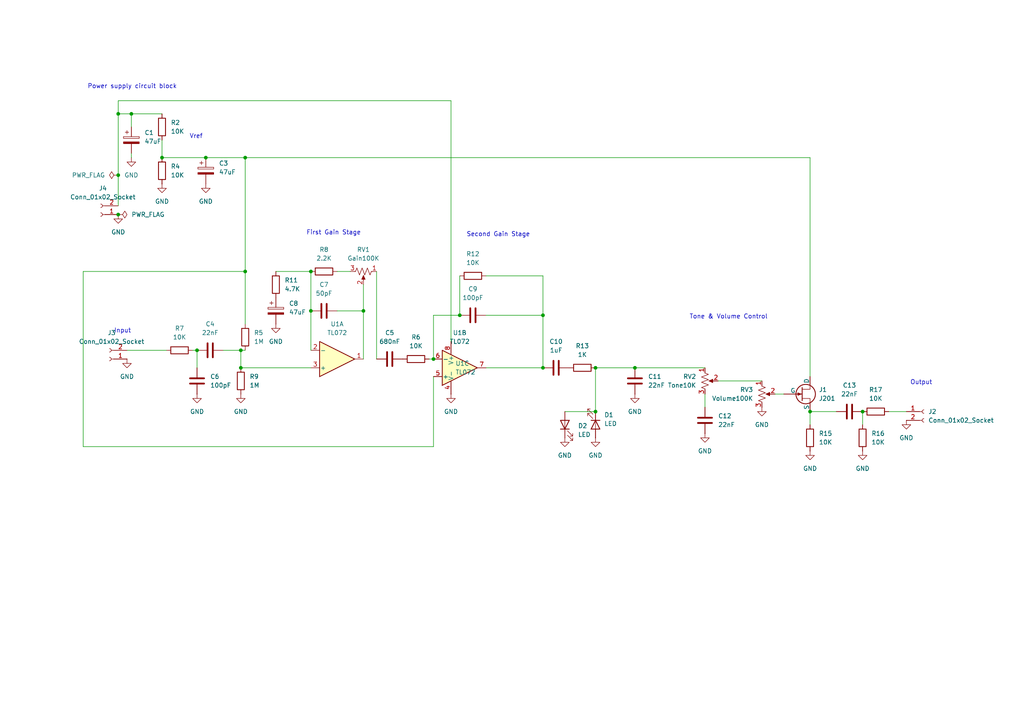
<source format=kicad_sch>
(kicad_sch (version 20250114) (generator "eeschema") (generator_version "9.0")
  (paper "A4")
  (lib_symbols
    (symbol "Amplifier_Operational:TL072" (pin_names (offset 0.127))
      (property "Reference" "U" (at 0 5.08 0))
      (property "Value" "TL072" (at 0 -5.08 0))
      (symbol "TL072_1_1"
        (polyline (pts (xy -5.08 5.08) (xy 5.08 0) (xy -5.08 -5.08) (xy -5.08 5.08)) (stroke (width 0.254)) (fill (type background)))
        (pin input line (at -7.62 2.54 0) (length 2.54) (name "+") (number "3"))
        (pin input line (at -7.62 -2.54 0) (length 2.54) (name "-") (number "2"))
        (pin output line (at 7.62 0 180) (length 2.54) (name "~") (number "1"))
      )
      (symbol "TL072_2_1"
        (polyline (pts (xy -5.08 5.08) (xy 5.08 0) (xy -5.08 -5.08) (xy -5.08 5.08)) (stroke (width 0.254)) (fill (type background)))
        (pin input line (at -7.62 2.54 0) (length 2.54) (name "+") (number "5"))
        (pin input line (at -7.62 -2.54 0) (length 2.54) (name "-") (number "6"))
        (pin output line (at 7.62 0 180) (length 2.54) (name "~") (number "7"))
      )
      (symbol "TL072_3_1"
        (pin power_in line (at -2.54 7.62 270) (length 3.81) (name "V+") (number "8"))
        (pin power_in line (at -2.54 -7.62 90) (length 3.81) (name "V-") (number "4"))
      )
    )
    (symbol "Connector:Conn_01x02_Socket" (pin_names (offset 1.016) (hide yes))
      (property "Reference" "J" (at 0 2.54 0))
      (property "Value" "Conn_01x02_Socket" (at 0 -5.08 0))
      (symbol "Conn_01x02_Socket_1_1"
        (polyline (pts (xy -1.27 0) (xy -0.508 0)) (stroke (width 0.1524)))
        (polyline (pts (xy -1.27 -2.54) (xy -0.508 -2.54)) (stroke (width 0.1524)))
        (arc (start 0 -0.508) (mid -0.5058 0) (end 0 0.508) (stroke (width 0.1524)))
        (arc (start 0 -3.048) (mid -0.5058 -2.54) (end 0 -2.032) (stroke (width 0.1524)))
        (pin passive line (at -5.08 0 0) (length 3.81) (name "Pin_1") (number "1"))
        (pin passive line (at -5.08 -2.54 0) (length 3.81) (name "Pin_2") (number "2"))
      )
    )
    (symbol "Device:C" (pin_numbers (hide yes)) (pin_names (offset 0.254))
      (property "Reference" "C" (at 0.635 2.54 0))
      (property "Value" "C" (at 0.635 -2.54 0))
      (symbol "C_0_1"
        (polyline (pts (xy -2.032 0.762) (xy 2.032 0.762)) (stroke (width 0.508)))
        (polyline (pts (xy -2.032 -0.762) (xy 2.032 -0.762)) (stroke (width 0.508)))
      )
      (symbol "C_1_1"
        (pin passive line (at 0 3.81 270) (length 2.794) (name "~") (number "1"))
        (pin passive line (at 0 -3.81 90) (length 2.794) (name "~") (number "2"))
      )
    )
    (symbol "Device:C_Polarized" (pin_numbers (hide yes)) (pin_names (offset 0.254))
      (property "Reference" "C" (at 0.635 2.54 0))
      (property "Value" "C_Polarized" (at 0.635 -2.54 0))
      (symbol "C_Polarized_0_1"
        (rectangle (start -2.286 0.508) (end 2.286 1.016))
        (polyline (pts (xy -1.778 2.286) (xy -0.762 2.286)))
        (polyline (pts (xy -1.27 2.794) (xy -1.27 1.778)))
        (rectangle (start 2.286 -0.508) (end -2.286 -1.016) (fill (type outline)))
      )
      (symbol "C_Polarized_1_1"
        (pin passive line (at 0 3.81 270) (length 2.794) (name "~") (number "1"))
        (pin passive line (at 0 -3.81 90) (length 2.794) (name "~") (number "2"))
      )
    )
    (symbol "Device:LED" (pin_numbers (hide yes)) (pin_names (offset 1.016) (hide yes))
      (property "Reference" "D" (at 0 2.54 0))
      (property "Value" "LED" (at 0 -2.54 0))
      (symbol "LED_0_1"
        (polyline (pts (xy -3.048 -0.762) (xy -4.572 -2.286) (xy -3.81 -2.286) (xy -4.572 -2.286) (xy -4.572 -1.524)))
        (polyline (pts (xy -1.778 -0.762) (xy -3.302 -2.286) (xy -2.54 -2.286) (xy -3.302 -2.286) (xy -3.302 -1.524)))
        (polyline (pts (xy -1.27 0) (xy 1.27 0)))
        (polyline (pts (xy -1.27 -1.27) (xy -1.27 1.27)) (stroke (width 0.254)))
        (polyline (pts (xy 1.27 -1.27) (xy 1.27 1.27) (xy -1.27 0) (xy 1.27 -1.27)) (stroke (width 0.254)))
      )
      (symbol "LED_1_1"
        (pin passive line (at -3.81 0 0) (length 2.54) (name "K") (number "1"))
        (pin passive line (at 3.81 0 180) (length 2.54) (name "A") (number "2"))
      )
    )
    (symbol "Device:R" (pin_numbers (hide yes)) (pin_names (offset 0))
      (property "Reference" "R" (at 2.032 0 90))
      (property "Value" "R" (at 0 0 90))
      (symbol "R_0_1"
        (rectangle (start -1.016 -2.54) (end 1.016 2.54) (stroke (width 0.254)))
      )
      (symbol "R_1_1"
        (pin passive line (at 0 3.81 270) (length 1.27) (name "~") (number "1"))
        (pin passive line (at 0 -3.81 90) (length 1.27) (name "~") (number "2"))
      )
    )
    (symbol "Device:R_Potentiometer_US" (pin_names (offset 1.016) (hide yes))
      (property "Reference" "RV" (at -4.445 0 90))
      (property "Value" "R_Potentiometer_US" (at -2.54 0 90))
      (symbol "R_Potentiometer_US_0_1"
        (polyline (pts (xy 0 2.54) (xy 0 2.286)))
        (polyline (pts (xy 0 2.286) (xy 1.016 1.905) (xy 0 1.524) (xy -1.016 1.143) (xy 0 0.762)))
        (polyline (pts (xy 0 0.762) (xy 1.016 0.381) (xy 0 0) (xy -1.016 -0.381) (xy 0 -0.762)))
        (polyline (pts (xy 0 -0.762) (xy 1.016 -1.143) (xy 0 -1.524) (xy -1.016 -1.905) (xy 0 -2.286)))
        (polyline (pts (xy 0 -2.286) (xy 0 -2.54)))
        (polyline (pts (xy 1.143 0) (xy 2.286 0.508) (xy 2.286 -0.508) (xy 1.143 0)) (fill (type outline)))
        (polyline (pts (xy 2.54 0) (xy 1.524 0)))
      )
      (symbol "R_Potentiometer_US_1_1"
        (pin passive line (at 0 3.81 270) (length 1.27) (name "1") (number "1"))
        (pin passive line (at 0 -3.81 90) (length 1.27) (name "3") (number "3"))
        (pin passive line (at 3.81 0 180) (length 1.27) (name "2") (number "2"))
      )
    )
    (symbol "Simulation_SPICE:NJFET" (pin_numbers (hide yes)) (pin_names (offset 0))
      (property "Reference" "Q" (at 5.08 1.27 0))
      (property "Value" "NJFET" (at 5.08 -1.27 0))
      (symbol "NJFET_0_1"
        (polyline (pts (xy 0 0) (xy -1.016 0.381) (xy -1.016 -0.381) (xy 0 0)) (fill (type outline)))
        (polyline (pts (xy 0.254 1.905) (xy 0.254 -1.905) (xy 0.254 -1.905)) (stroke (width 0.254)))
        (circle (center 1.27 0) (radius 2.8194) (stroke (width 0.254)))
        (polyline (pts (xy 2.54 2.54) (xy 2.54 1.397) (xy 0.254 1.397)))
        (polyline (pts (xy 2.54 -2.54) (xy 2.54 -1.27) (xy 0.254 -1.27)))
      )
      (symbol "NJFET_1_1"
        (pin input line (at -5.08 0 0) (length 5.334) (name "G") (number "2"))
        (pin passive line (at 2.54 5.08 270) (length 2.54) (name "D") (number "1"))
        (pin passive line (at 2.54 -5.08 90) (length 2.54) (name "S") (number "3"))
      )
    )
    (symbol "power:GND" (power) (pin_numbers (hide yes)) (pin_names (offset 0) (hide yes))
      (property "Value" "GND" (at 0 -3.81 0))
      (symbol "GND_0_1"
        (polyline (pts (xy 0 0) (xy 0 -1.27) (xy 1.27 -1.27) (xy 0 -2.54) (xy -1.27 -1.27) (xy 0 -1.27)))
      )
      (symbol "GND_1_1"
        (pin power_in line (at 0 0 270) (length 0) (name "~") (number "1"))
      )
    )
    (symbol "power:PWR_FLAG" (power) (pin_numbers (hide yes)) (pin_names (offset 0) (hide yes))
      (property "Value" "PWR_FLAG" (at 0 3.81 0))
      (symbol "PWR_FLAG_0_0"
        (pin power_out line (at 0 0 90) (length 0) (name "~") (number "1"))
      )
      (symbol "PWR_FLAG_0_1"
        (polyline (pts (xy 0 0) (xy 0 1.27) (xy -1.016 1.905) (xy 0 2.54) (xy 1.016 1.905) (xy 0 1.27)))
      )
    )
  )
  (text "Vref" (at 56.896 39.624 0) (effects (font (size 1.27 1.27))))
  (text "Output" (at 267.208 110.998 0) (effects (font (size 1.27 1.27))))
  (text "Power supply circuit block" (at 38.354 25.146 0) (effects (font (size 1.27 1.27))))
  (text "Tone & Volume Control" (at 211.328 91.948 0) (effects (font (size 1.27 1.27))))
  (text "First Gain Stage" (at 96.774 67.564 0) (effects (font (size 1.27 1.27))))
  (text "Input" (at 35.56 96.012 0) (effects (font (size 1.27 1.27))))
  (text "Second Gain Stage" (at 144.526 68.072 0) (effects (font (size 1.27 1.27))))
  (junction (at 90.17 78.74))
  (junction (at 57.15 101.6))
  (junction (at 69.85 106.68))
  (junction (at 90.17 90.17))
  (junction (at 184.15 106.68))
  (junction (at 250.19 119.38))
  (junction (at 34.29 50.8))
  (junction (at 71.12 45.72))
  (junction (at 59.69 45.72))
  (junction (at 38.1 33.02))
  (junction (at 105.41 90.17))
  (junction (at 69.85 101.6))
  (junction (at 34.29 33.02))
  (junction (at 34.29 62.23))
  (junction (at 157.48 91.44))
  (junction (at 172.72 106.68))
  (junction (at 234.95 119.38))
  (junction (at 71.12 78.74))
  (junction (at 133.35 91.44))
  (junction (at 125.73 104.14))
  (junction (at 46.99 45.72))
  (junction (at 157.48 106.68))
  (junction (at 172.72 119.38))
  (wire (pts (xy 125.73 91.44) (xy 125.73 104.14)))
  (wire (pts (xy 38.1 33.02) (xy 46.99 33.02)))
  (wire (pts (xy 208.28 110.49) (xy 220.98 110.49)))
  (wire (pts (xy 224.79 114.3) (xy 227.33 114.3)))
  (wire (pts (xy 133.35 80.01) (xy 133.35 91.44)))
  (wire (pts (xy 38.1 33.02) (xy 38.1 36.83)))
  (wire (pts (xy 57.15 101.6) (xy 57.15 106.68)))
  (wire (pts (xy 24.13 78.74) (xy 71.12 78.74)))
  (wire (pts (xy 234.95 123.19) (xy 234.95 119.38)))
  (wire (pts (xy 130.81 29.21) (xy 34.29 29.21)))
  (wire (pts (xy 250.19 123.19) (xy 250.19 119.38)))
  (wire (pts (xy 172.72 106.68) (xy 172.72 119.38)))
  (wire (pts (xy 71.12 93.98) (xy 71.12 78.74)))
  (wire (pts (xy 69.85 101.6) (xy 69.85 106.68)))
  (wire (pts (xy 172.72 106.68) (xy 184.15 106.68)))
  (wire (pts (xy 34.29 50.8) (xy 34.29 59.69)))
  (wire (pts (xy 24.13 129.54) (xy 24.13 78.74)))
  (wire (pts (xy 38.1 44.45) (xy 38.1 45.72)))
  (wire (pts (xy 157.48 91.44) (xy 157.48 106.68)))
  (wire (pts (xy 140.97 106.68) (xy 157.48 106.68)))
  (wire (pts (xy 64.77 101.6) (xy 69.85 101.6)))
  (wire (pts (xy 69.85 106.68) (xy 90.17 106.68)))
  (wire (pts (xy 125.73 91.44) (xy 133.35 91.44)))
  (wire (pts (xy 125.73 109.22) (xy 125.73 129.54)))
  (wire (pts (xy 204.47 114.3) (xy 204.47 118.11)))
  (wire (pts (xy 157.48 80.01) (xy 157.48 91.44)))
  (wire (pts (xy 36.83 101.6) (xy 48.26 101.6)))
  (wire (pts (xy 34.29 33.02) (xy 38.1 33.02)))
  (wire (pts (xy 234.95 119.38) (xy 242.57 119.38)))
  (wire (pts (xy 184.15 106.68) (xy 204.47 106.68)))
  (wire (pts (xy 125.73 129.54) (xy 24.13 129.54)))
  (wire (pts (xy 109.22 78.74) (xy 109.22 104.14)))
  (wire (pts (xy 97.79 78.74) (xy 101.6 78.74)))
  (wire (pts (xy 130.81 99.06) (xy 130.81 29.21)))
  (wire (pts (xy 59.69 45.72) (xy 46.99 45.72)))
  (wire (pts (xy 140.97 91.44) (xy 157.48 91.44)))
  (wire (pts (xy 90.17 78.74) (xy 90.17 90.17)))
  (wire (pts (xy 105.41 90.17) (xy 105.41 104.14)))
  (wire (pts (xy 55.88 101.6) (xy 57.15 101.6)))
  (wire (pts (xy 257.81 119.38) (xy 262.89 119.38)))
  (wire (pts (xy 34.29 33.02) (xy 34.29 50.8)))
  (wire (pts (xy 46.99 40.64) (xy 46.99 45.72)))
  (wire (pts (xy 34.29 29.21) (xy 34.29 33.02)))
  (wire (pts (xy 140.97 80.01) (xy 157.48 80.01)))
  (wire (pts (xy 97.79 90.17) (xy 105.41 90.17)))
  (wire (pts (xy 105.41 82.55) (xy 105.41 90.17)))
  (wire (pts (xy 234.95 109.22) (xy 234.95 45.72)))
  (wire (pts (xy 71.12 45.72) (xy 59.69 45.72)))
  (wire (pts (xy 125.73 104.14) (xy 124.46 104.14)))
  (wire (pts (xy 90.17 90.17) (xy 90.17 101.6)))
  (wire (pts (xy 80.01 78.74) (xy 90.17 78.74)))
  (wire (pts (xy 71.12 45.72) (xy 234.95 45.72)))
  (wire (pts (xy 163.83 119.38) (xy 172.72 119.38)))
  (wire (pts (xy 69.85 101.6) (xy 71.12 101.6)))
  (wire (pts (xy 71.12 78.74) (xy 71.12 45.72)))
  (symbol (lib_id "Device:C_Polarized") (at 38.1 40.64 0) (unit 1)
    (property "Reference" "C1" (at 41.91 38.4809 0) (effects (justify left)))
    (property "Value" "47uF" (at 41.91 41.0209 0) (effects (justify left)))
    (property "Footprint" "Capacitor_THT:CP_Radial_D4.0mm_P2.00mm" (effects (hide yes)))
    (property "Description" "Polarized capacitor" (effects (hide yes)))
  )
  (symbol (lib_id "Device:R") (at 46.99 36.83 0) (unit 1)
    (property "Reference" "R2" (at 49.53 35.5599 0) (effects (justify left)))
    (property "Value" "10K" (at 49.53 38.0999 0) (effects (justify left)))
    (property "Footprint" "Resistor_THT:R_Axial_DIN0207_L6.3mm_D2.5mm_P7.62mm_Horizontal" (effects (hide yes)))
    (property "Description" "Resistor" (effects (hide yes)))
  )
  (symbol (lib_id "Device:C") (at 184.15 110.49 180) (unit 1)
    (property "Reference" "C11" (at 187.96 109.2199 0) (effects (justify right)))
    (property "Value" "22nF" (at 187.96 111.7599 0) (effects (justify right)))
    (property "Footprint" "Capacitor_THT:C_Disc_D4.7mm_W2.5mm_P5.00mm" (effects (hide yes)))
    (property "Description" "Unpolarized capacitor" (effects (hide yes)))
  )
  (symbol (lib_id "power:PWR_FLAG") (at 34.29 62.23 270) (mirror x) (unit 1)
    (property "Reference" "#FLG01" (effects (hide yes)))
    (property "Value" "PWR_FLAG" (at 38.1 62.2299 90) (effects (justify left)))
    (property "Description" "Special symbol for telling ERC where power comes from" (effects (hide yes)))
  )
  (symbol (lib_id "power:GND") (at 69.85 114.3 0) (unit 1)
    (property "Reference" "#PWR07" (effects (hide yes)))
    (property "Value" "GND" (at 69.85 119.38 0))
    (property "Description" "Power symbol creates a global label with name \"GND\" , ground" (effects (hide yes)))
  )
  (symbol (lib_id "Device:R") (at 71.12 97.79 0) (unit 1)
    (property "Reference" "R5" (at 73.66 96.5199 0) (effects (justify left)))
    (property "Value" "1M" (at 73.66 99.0599 0) (effects (justify left)))
    (property "Footprint" "Resistor_THT:R_Axial_DIN0207_L6.3mm_D2.5mm_P7.62mm_Horizontal" (effects (hide yes)))
    (property "Description" "Resistor" (effects (hide yes)))
  )
  (symbol (lib_id "power:GND") (at 38.1 45.72 0) (unit 1)
    (property "Reference" "#PWR02" (effects (hide yes)))
    (property "Value" "GND" (at 38.1 50.8 0))
    (property "Description" "Power symbol creates a global label with name \"GND\" , ground" (effects (hide yes)))
  )
  (symbol (lib_id "Device:C") (at 246.38 119.38 270) (unit 1)
    (property "Reference" "C13" (at 246.38 111.76 90))
    (property "Value" "22nF" (at 246.38 114.3 90))
    (property "Footprint" "Capacitor_THT:C_Disc_D4.7mm_W2.5mm_P5.00mm" (effects (hide yes)))
    (property "Description" "Unpolarized capacitor" (effects (hide yes)))
  )
  (symbol (lib_id "Device:R") (at 69.85 110.49 180) (unit 1)
    (property "Reference" "R9" (at 72.39 109.2199 0) (effects (justify right)))
    (property "Value" "1M" (at 72.39 111.7599 0) (effects (justify right)))
    (property "Footprint" "Resistor_THT:R_Axial_DIN0207_L6.3mm_D2.5mm_P7.62mm_Horizontal" (effects (hide yes)))
    (property "Description" "Resistor" (effects (hide yes)))
  )
  (symbol (lib_id "power:GND") (at 34.29 62.23 0) (mirror y) (unit 1)
    (property "Reference" "#PWR01" (effects (hide yes)))
    (property "Value" "GND" (at 34.29 67.31 0))
    (property "Description" "Power symbol creates a global label with name \"GND\" , ground" (effects (hide yes)))
  )
  (symbol (lib_id "power:GND") (at 262.89 121.92 0) (unit 1)
    (property "Reference" "#PWR013" (effects (hide yes)))
    (property "Value" "GND" (at 262.89 127 0))
    (property "Description" "Power symbol creates a global label with name \"GND\" , ground" (effects (hide yes)))
  )
  (symbol (lib_id "Device:C") (at 161.29 106.68 270) (unit 1)
    (property "Reference" "C10" (at 161.29 99.06 90))
    (property "Value" "1uF" (at 161.29 101.6 90))
    (property "Footprint" "Capacitor_THT:C_Disc_D4.7mm_W2.5mm_P5.00mm" (effects (hide yes)))
    (property "Description" "Unpolarized capacitor" (effects (hide yes)))
  )
  (symbol (lib_id "Device:C") (at 204.47 121.92 180) (unit 1)
    (property "Reference" "C12" (at 208.28 120.6499 0) (effects (justify right)))
    (property "Value" "22nF" (at 208.28 123.1899 0) (effects (justify right)))
    (property "Footprint" "Capacitor_THT:C_Disc_D4.7mm_W2.5mm_P5.00mm" (effects (hide yes)))
    (property "Description" "Unpolarized capacitor" (effects (hide yes)))
  )
  (symbol (lib_id "Device:R") (at 254 119.38 270) (unit 1)
    (property "Reference" "R17" (at 254 113.03 90))
    (property "Value" "10K" (at 254 115.57 90))
    (property "Footprint" "Resistor_THT:R_Axial_DIN0207_L6.3mm_D2.5mm_P7.62mm_Horizontal" (effects (hide yes)))
    (property "Description" "Resistor" (effects (hide yes)))
  )
  (symbol (lib_id "power:GND") (at 80.01 93.98 0) (unit 1)
    (property "Reference" "#PWR08" (effects (hide yes)))
    (property "Value" "GND" (at 80.01 99.06 0))
    (property "Description" "Power symbol creates a global label with name \"GND\" , ground" (effects (hide yes)))
  )
  (symbol (lib_id "power:GND") (at 57.15 114.3 0) (unit 1)
    (property "Reference" "#PWR06" (effects (hide yes)))
    (property "Value" "GND" (at 57.15 119.38 0))
    (property "Description" "Power symbol creates a global label with name \"GND\" , ground" (effects (hide yes)))
  )
  (symbol (lib_id "Simulation_SPICE:NJFET") (at 232.41 114.3 0) (unit 1)
    (property "Reference" "J1" (at 237.49 113.0299 0) (effects (justify left)))
    (property "Value" "J201" (at 237.49 115.5699 0) (effects (justify left)))
    (property "Footprint" "Package_TO_SOT_THT:TO-92" (effects (hide yes)))
    (property "Datasheet" "https://ngspice.sourceforge.io/docs/ngspice-html-manual/manual.xhtml#cha_JFETs" (effects (hide yes)))
    (property "Description" "N-JFET transistor, for simulation only" (effects (hide yes)))
    (property "Sim.Device" "NJFET" (effects (hide yes)))
    (property "Sim.Type" "SHICHMANHODGES" (effects (hide yes)))
    (property "Sim.Pins" "1=D 2=G 3=S" (effects (hide yes)))
  )
  (symbol (lib_id "power:GND") (at 46.99 53.34 0) (unit 1)
    (property "Reference" "#PWR03" (effects (hide yes)))
    (property "Value" "GND" (at 46.99 58.42 0))
    (property "Description" "Power symbol creates a global label with name \"GND\" , ground" (effects (hide yes)))
  )
  (symbol (lib_id "Device:R_Potentiometer_US") (at 220.98 114.3 0) (unit 1)
    (property "Reference" "RV3" (at 218.44 113.0299 0) (effects (justify right)))
    (property "Value" "Volume100K" (at 218.44 115.5699 0) (effects (justify right)))
    (property "Footprint" "Potentiometer_THT:Potentiometer_Bourns_3386C_Horizontal" (effects (hide yes)))
    (property "Description" "Potentiometer, US symbol" (effects (hide yes)))
  )
  (symbol (lib_id "power:GND") (at 234.95 130.81 0) (unit 1)
    (property "Reference" "#PWR011" (effects (hide yes)))
    (property "Value" "GND" (at 234.95 135.89 0))
    (property "Description" "Power symbol creates a global label with name \"GND\" , ground" (effects (hide yes)))
  )
  (symbol (lib_id "Device:R") (at 46.99 49.53 0) (unit 1)
    (property "Reference" "R4" (at 49.53 48.2599 0) (effects (justify left)))
    (property "Value" "10K" (at 49.53 50.7999 0) (effects (justify left)))
    (property "Footprint" "Resistor_THT:R_Axial_DIN0207_L6.3mm_D2.5mm_P7.62mm_Horizontal" (effects (hide yes)))
    (property "Description" "Resistor" (effects (hide yes)))
  )
  (symbol (lib_id "power:PWR_FLAG") (at 34.29 50.8 90) (mirror x) (unit 1)
    (property "Reference" "#FLG02" (effects (hide yes)))
    (property "Value" "PWR_FLAG" (at 30.48 50.8001 90) (effects (justify left)))
    (property "Description" "Special symbol for telling ERC where power comes from" (effects (hide yes)))
  )
  (symbol (lib_id "Device:R") (at 250.19 127 180) (unit 1)
    (property "Reference" "R16" (at 252.73 125.7299 0) (effects (justify right)))
    (property "Value" "10K" (at 252.73 128.2699 0) (effects (justify right)))
    (property "Footprint" "Resistor_THT:R_Axial_DIN0207_L6.3mm_D2.5mm_P7.62mm_Horizontal" (effects (hide yes)))
    (property "Description" "Resistor" (effects (hide yes)))
  )
  (symbol (lib_id "Device:C") (at 57.15 110.49 180) (unit 1)
    (property "Reference" "C6" (at 60.96 109.2199 0) (effects (justify right)))
    (property "Value" "100pF" (at 60.96 111.7599 0) (effects (justify right)))
    (property "Footprint" "Capacitor_THT:C_Disc_D4.7mm_W2.5mm_P5.00mm" (effects (hide yes)))
    (property "Description" "Unpolarized capacitor" (effects (hide yes)))
  )
  (symbol (lib_id "Device:R_Potentiometer_US") (at 105.41 78.74 270) (unit 1)
    (property "Reference" "RV1" (at 105.41 72.39 90))
    (property "Value" "Gain100K" (at 105.41 74.93 90))
    (property "Footprint" "Potentiometer_THT:Potentiometer_Bourns_3386C_Horizontal" (effects (hide yes)))
    (property "Description" "Potentiometer, US symbol" (effects (hide yes)))
  )
  (symbol (lib_id "Device:LED") (at 163.83 123.19 90) (unit 1)
    (property "Reference" "D2" (at 167.64 123.5074 90) (effects (justify right)))
    (property "Value" "LED" (at 167.64 126.0474 90) (effects (justify right)))
    (property "Footprint" "LED_THT:LED_D5.0mm" (effects (hide yes)))
    (property "Description" "Light emitting diode" (effects (hide yes)))
    (property "Sim.Pins" "1=K 2=A" (effects (hide yes)))
  )
  (symbol (lib_id "Device:C_Polarized") (at 59.69 49.53 0) (unit 1)
    (property "Reference" "C3" (at 63.5 47.3709 0) (effects (justify left)))
    (property "Value" "47uF" (at 63.5 49.9109 0) (effects (justify left)))
    (property "Footprint" "Capacitor_THT:CP_Radial_D4.0mm_P2.00mm" (effects (hide yes)))
    (property "Description" "Polarized capacitor" (effects (hide yes)))
  )
  (symbol (lib_id "power:GND") (at 172.72 127 0) (unit 1)
    (property "Reference" "#PWR09" (effects (hide yes)))
    (property "Value" "GND" (at 172.72 132.08 0))
    (property "Description" "Power symbol creates a global label with name \"GND\" , ground" (effects (hide yes)))
  )
  (symbol (lib_id "Amplifier_Operational:TL072") (at 133.35 106.68 0) (mirror x) (unit 2)
    (property "Reference" "U1" (at 133.35 96.52 0))
    (property "Value" "TL072" (at 133.35 99.06 0))
    (property "Footprint" "Package_DIP:DIP-8_W7.62mm" (effects (hide yes)))
    (property "Datasheet" "http://www.ti.com/lit/ds/symlink/tl071.pdf" (effects (hide yes)))
    (property "Description" "Dual Low-Noise JFET-Input Operational Amplifiers, DIP-8/SOIC-8" (effects (hide yes)))
  )
  (symbol (lib_id "Amplifier_Operational:TL072") (at 128.27 106.68 0) (mirror y) (unit 3)
    (property "Reference" "U1" (at 132.08 105.4099 0) (effects (justify right)))
    (property "Value" "TL072" (at 132.08 107.9499 0) (effects (justify right)))
    (property "Footprint" "Package_DIP:DIP-8_W7.62mm" (effects (hide yes)))
    (property "Datasheet" "http://www.ti.com/lit/ds/symlink/tl071.pdf" (effects (hide yes)))
    (property "Description" "Dual Low-Noise JFET-Input Operational Amplifiers, DIP-8/SOIC-8" (effects (hide yes)))
  )
  (symbol (lib_id "Amplifier_Operational:TL072") (at 97.79 104.14 0) (mirror x) (unit 1)
    (property "Reference" "U1" (at 97.79 93.98 0))
    (property "Value" "TL072" (at 97.79 96.52 0))
    (property "Footprint" "Package_DIP:DIP-8_W7.62mm" (effects (hide yes)))
    (property "Datasheet" "http://www.ti.com/lit/ds/symlink/tl071.pdf" (effects (hide yes)))
    (property "Description" "Dual Low-Noise JFET-Input Operational Amplifiers, DIP-8/SOIC-8" (effects (hide yes)))
  )
  (symbol (lib_id "Device:C") (at 137.16 91.44 270) (unit 1)
    (property "Reference" "C9" (at 137.16 83.82 90))
    (property "Value" "100pF" (at 137.16 86.36 90))
    (property "Footprint" "Capacitor_THT:C_Disc_D4.7mm_W2.5mm_P5.00mm" (effects (hide yes)))
    (property "Description" "Unpolarized capacitor" (effects (hide yes)))
  )
  (symbol (lib_id "Device:LED") (at 172.72 123.19 270) (unit 1)
    (property "Reference" "D1" (at 175.26 120.3324 90) (effects (justify left)))
    (property "Value" "LED" (at 175.26 122.8724 90) (effects (justify left)))
    (property "Footprint" "LED_THT:LED_D5.0mm" (effects (hide yes)))
    (property "Description" "Light emitting diode" (effects (hide yes)))
    (property "Sim.Pins" "1=K 2=A" (effects (hide yes)))
  )
  (symbol (lib_id "power:GND") (at 163.83 127 0) (unit 1)
    (property "Reference" "#PWR05" (effects (hide yes)))
    (property "Value" "GND" (at 163.83 132.08 0))
    (property "Description" "Power symbol creates a global label with name \"GND\" , ground" (effects (hide yes)))
  )
  (symbol (lib_id "power:GND") (at 36.83 104.14 0) (mirror y) (unit 1)
    (property "Reference" "#PWR018" (effects (hide yes)))
    (property "Value" "GND" (at 36.83 109.22 0))
    (property "Description" "Power symbol creates a global label with name \"GND\" , ground" (effects (hide yes)))
  )
  (symbol (lib_id "Device:C") (at 113.03 104.14 270) (unit 1)
    (property "Reference" "C5" (at 113.03 96.52 90))
    (property "Value" "680nF" (at 113.03 99.06 90))
    (property "Footprint" "Capacitor_THT:C_Disc_D4.7mm_W2.5mm_P5.00mm" (effects (hide yes)))
    (property "Description" "Unpolarized capacitor" (effects (hide yes)))
  )
  (symbol (lib_id "Connector:Conn_01x02_Socket") (at 31.75 104.14 180) (unit 1)
    (property "Reference" "J3" (at 32.385 96.52 0))
    (property "Value" "Conn_01x02_Socket" (at 32.385 99.06 0))
    (property "Footprint" "TerminalBlock:TerminalBlock_bornier-2_P5.08mm" (effects (hide yes)))
    (property "Description" "Generic connector, single row, 01x02, script generated" (effects (hide yes)))
  )
  (symbol (lib_id "power:GND") (at 130.81 114.3 0) (unit 1)
    (property "Reference" "#PWR017" (effects (hide yes)))
    (property "Value" "GND" (at 130.81 119.38 0))
    (property "Description" "Power symbol creates a global label with name \"GND\" , ground" (effects (hide yes)))
  )
  (symbol (lib_id "Device:R") (at 234.95 127 180) (unit 1)
    (property "Reference" "R15" (at 237.49 125.7299 0) (effects (justify right)))
    (property "Value" "10K" (at 237.49 128.2699 0) (effects (justify right)))
    (property "Footprint" "Resistor_THT:R_Axial_DIN0207_L6.3mm_D2.5mm_P7.62mm_Horizontal" (effects (hide yes)))
    (property "Description" "Resistor" (effects (hide yes)))
  )
  (symbol (lib_id "Device:C_Polarized") (at 80.01 90.17 0) (unit 1)
    (property "Reference" "C8" (at 83.82 88.0109 0) (effects (justify left)))
    (property "Value" "47uF" (at 83.82 90.5509 0) (effects (justify left)))
    (property "Footprint" "Capacitor_THT:C_Disc_D4.7mm_W2.5mm_P5.00mm" (effects (hide yes)))
    (property "Description" "Polarized capacitor" (effects (hide yes)))
  )
  (symbol (lib_id "Device:R") (at 80.01 82.55 0) (unit 1)
    (property "Reference" "R11" (at 82.55 81.2799 0) (effects (justify left)))
    (property "Value" "4.7K" (at 82.55 83.8199 0) (effects (justify left)))
    (property "Footprint" "Resistor_THT:R_Axial_DIN0207_L6.3mm_D2.5mm_P7.62mm_Horizontal" (effects (hide yes)))
    (property "Description" "Resistor" (effects (hide yes)))
  )
  (symbol (lib_id "Device:R") (at 52.07 101.6 90) (unit 1)
    (property "Reference" "R7" (at 52.07 95.25 90))
    (property "Value" "10K" (at 52.07 97.79 90))
    (property "Footprint" "Resistor_THT:R_Axial_DIN0207_L6.3mm_D2.5mm_P7.62mm_Horizontal" (effects (hide yes)))
    (property "Description" "Resistor" (effects (hide yes)))
  )
  (symbol (lib_id "Device:R_Potentiometer_US") (at 204.47 110.49 0) (unit 1)
    (property "Reference" "RV2" (at 201.93 109.2199 0) (effects (justify right)))
    (property "Value" "Tone10K" (at 201.93 111.7599 0) (effects (justify right)))
    (property "Footprint" "Potentiometer_THT:Potentiometer_Bourns_3386C_Horizontal" (effects (hide yes)))
    (property "Description" "Potentiometer, US symbol" (effects (hide yes)))
  )
  (symbol (lib_id "power:GND") (at 220.98 118.11 0) (unit 1)
    (property "Reference" "#PWR015" (effects (hide yes)))
    (property "Value" "GND" (at 220.98 123.19 0))
    (property "Description" "Power symbol creates a global label with name \"GND\" , ground" (effects (hide yes)))
  )
  (symbol (lib_id "Device:R") (at 120.65 104.14 90) (unit 1)
    (property "Reference" "R6" (at 120.65 97.79 90))
    (property "Value" "10K" (at 120.65 100.33 90))
    (property "Footprint" "Resistor_THT:R_Axial_DIN0207_L6.3mm_D2.5mm_P7.62mm_Horizontal" (effects (hide yes)))
    (property "Description" "Resistor" (effects (hide yes)))
  )
  (symbol (lib_id "Device:C") (at 93.98 90.17 270) (unit 1)
    (property "Reference" "C7" (at 93.98 82.55 90))
    (property "Value" "50pF" (at 93.98 85.09 90))
    (property "Footprint" "Capacitor_THT:C_Disc_D4.7mm_W2.5mm_P5.00mm" (effects (hide yes)))
    (property "Description" "Unpolarized capacitor" (effects (hide yes)))
  )
  (symbol (lib_id "Device:R") (at 137.16 80.01 90) (unit 1)
    (property "Reference" "R12" (at 137.16 73.66 90))
    (property "Value" "10K" (at 137.16 76.2 90))
    (property "Footprint" "Resistor_THT:R_Axial_DIN0207_L6.3mm_D2.5mm_P7.62mm_Horizontal" (effects (hide yes)))
    (property "Description" "Resistor" (effects (hide yes)))
  )
  (symbol (lib_id "power:GND") (at 250.19 130.81 0) (unit 1)
    (property "Reference" "#PWR012" (effects (hide yes)))
    (property "Value" "GND" (at 250.19 135.89 0))
    (property "Description" "Power symbol creates a global label with name \"GND\" , ground" (effects (hide yes)))
  )
  (symbol (lib_id "power:GND") (at 184.15 114.3 0) (unit 1)
    (property "Reference" "#PWR010" (effects (hide yes)))
    (property "Value" "GND" (at 184.15 119.38 0))
    (property "Description" "Power symbol creates a global label with name \"GND\" , ground" (effects (hide yes)))
  )
  (symbol (lib_id "Device:C") (at 60.96 101.6 90) (unit 1)
    (property "Reference" "C4" (at 60.96 93.98 90))
    (property "Value" "22nF" (at 60.96 96.52 90))
    (property "Footprint" "Capacitor_THT:C_Disc_D4.7mm_W2.5mm_P5.00mm" (effects (hide yes)))
    (property "Description" "Unpolarized capacitor" (effects (hide yes)))
  )
  (symbol (lib_id "Connector:Conn_01x02_Socket") (at 29.21 62.23 180) (unit 1)
    (property "Reference" "J4" (at 29.845 54.61 0))
    (property "Value" "Conn_01x02_Socket" (at 29.845 57.15 0))
    (property "Footprint" "TerminalBlock:TerminalBlock_bornier-2_P5.08mm" (effects (hide yes)))
    (property "Description" "Generic connector, single row, 01x02, script generated" (effects (hide yes)))
  )
  (symbol (lib_id "Device:R") (at 168.91 106.68 90) (unit 1)
    (property "Reference" "R13" (at 168.91 100.33 90))
    (property "Value" "1K" (at 168.91 102.87 90))
    (property "Footprint" "Resistor_THT:R_Axial_DIN0207_L6.3mm_D2.5mm_P7.62mm_Horizontal" (effects (hide yes)))
    (property "Description" "Resistor" (effects (hide yes)))
  )
  (symbol (lib_id "power:GND") (at 59.69 53.34 0) (unit 1)
    (property "Reference" "#PWR04" (effects (hide yes)))
    (property "Value" "GND" (at 59.69 58.42 0))
    (property "Description" "Power symbol creates a global label with name \"GND\" , ground" (effects (hide yes)))
  )
  (symbol (lib_id "Device:R") (at 93.98 78.74 90) (unit 1)
    (property "Reference" "R8" (at 93.98 72.39 90))
    (property "Value" "2.2K" (at 93.98 74.93 90))
    (property "Footprint" "Resistor_THT:R_Axial_DIN0207_L6.3mm_D2.5mm_P7.62mm_Horizontal" (effects (hide yes)))
    (property "Description" "Resistor" (effects (hide yes)))
  )
  (symbol (lib_id "Connector:Conn_01x02_Socket") (at 267.97 119.38 0) (unit 1)
    (property "Reference" "J2" (at 269.24 119.3799 0) (effects (justify left)))
    (property "Value" "Conn_01x02_Socket" (at 269.24 121.9199 0) (effects (justify left)))
    (property "Footprint" "TerminalBlock:TerminalBlock_bornier-2_P5.08mm" (effects (hide yes)))
    (property "Description" "Generic connector, single row, 01x02, script generated" (effects (hide yes)))
  )
  (symbol (lib_id "power:GND") (at 204.47 125.73 0) (unit 1)
    (property "Reference" "#PWR014" (effects (hide yes)))
    (property "Value" "GND" (at 204.47 130.81 0))
    (property "Description" "Power symbol creates a global label with name \"GND\" , ground" (effects (hide yes)))
  )
)
</source>
